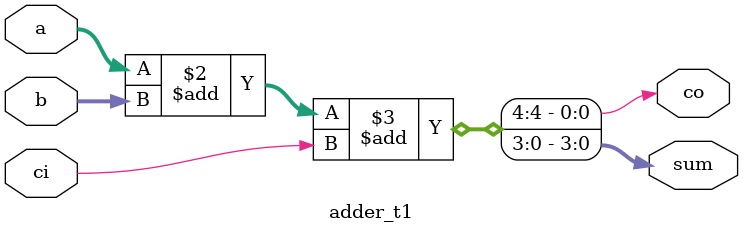
<source format=sv>
module adder_t1(co, sum, a, b, ci);
output co;
output [3:0] sum;
input [3:0] a, b;
input ci;
reg co;
reg [3:0] sum;
  
// For the adder_t1, the outputs should be updated 12ns after input changes. 
// If the a input changes at time 15 as shown in Figure 3, then if the a, b 
// and ci inputs all change during the next 9ns, the outputs will be updated 
// with the latest values of a, b and ci. This modeling style has just permitted 
// the ci input to propagate a value to the sum and carry outputs after only 3ns 
// instead of the required 12ns propagation delay.
  
always @(a or b or ci)
#12 {co, sum} = a + b + ci;
endmodule

</source>
